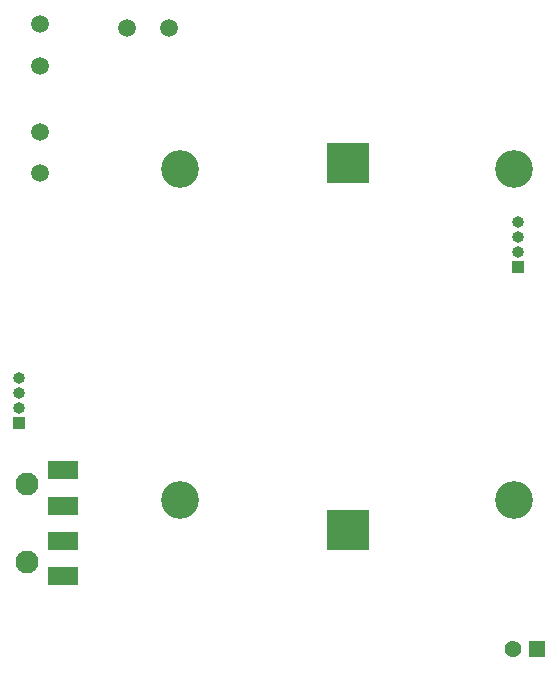
<source format=gbr>
%TF.GenerationSoftware,KiCad,Pcbnew,(6.0.0)*%
%TF.CreationDate,2022-04-27T19:52:18+01:00*%
%TF.ProjectId,flora,666c6f72-612e-46b6-9963-61645f706362,A*%
%TF.SameCoordinates,Original*%
%TF.FileFunction,Soldermask,Bot*%
%TF.FilePolarity,Negative*%
%FSLAX46Y46*%
G04 Gerber Fmt 4.6, Leading zero omitted, Abs format (unit mm)*
G04 Created by KiCad (PCBNEW (6.0.0)) date 2022-04-27 19:52:18*
%MOMM*%
%LPD*%
G01*
G04 APERTURE LIST*
%ADD10C,1.950000*%
%ADD11C,3.200000*%
%ADD12C,1.500000*%
%ADD13R,1.425000X1.425000*%
%ADD14C,1.425000*%
%ADD15R,1.000000X1.000000*%
%ADD16O,1.000000X1.000000*%
%ADD17R,3.600000X3.400000*%
%ADD18R,2.540000X1.524000*%
G04 APERTURE END LIST*
D10*
%TO.C,J4*%
X177025000Y-148550000D03*
X177025000Y-155150000D03*
%TD*%
D11*
%TO.C,H3*%
X218250000Y-149850000D03*
%TD*%
%TO.C,H1*%
X189980000Y-121880000D03*
%TD*%
%TO.C,H2*%
X218250000Y-121850000D03*
%TD*%
D12*
%TO.C,J3*%
X189000000Y-109950000D03*
X185500000Y-109950000D03*
%TD*%
D13*
%TO.C,J5*%
X220150000Y-162450000D03*
D14*
X218150000Y-162450000D03*
%TD*%
D15*
%TO.C,J8*%
X218550000Y-130150000D03*
D16*
X218550000Y-128880000D03*
X218550000Y-127610000D03*
X218550000Y-126340000D03*
%TD*%
D15*
%TO.C,J6*%
X176350000Y-143350000D03*
D16*
X176350000Y-142080000D03*
X176350000Y-140810000D03*
X176350000Y-139540000D03*
%TD*%
D11*
%TO.C,H4*%
X189980000Y-149880000D03*
%TD*%
D12*
%TO.C,J1*%
X178150000Y-118700000D03*
X178150000Y-122200000D03*
%TD*%
%TO.C,J2*%
X178150000Y-109600000D03*
X178150000Y-113100000D03*
%TD*%
D17*
%TO.C,BT1*%
X204198921Y-121350000D03*
X204198921Y-152450000D03*
%TD*%
D18*
%TO.C,TP3*%
X180100000Y-147350000D03*
X180100000Y-150350000D03*
X180100000Y-153350000D03*
X180100000Y-156350000D03*
%TD*%
M02*

</source>
